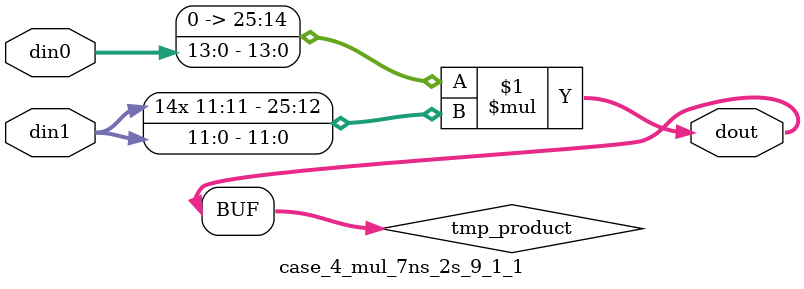
<source format=v>

`timescale 1 ns / 1 ps

 (* use_dsp = "no" *)  module case_4_mul_7ns_2s_9_1_1(din0, din1, dout);
parameter ID = 1;
parameter NUM_STAGE = 0;
parameter din0_WIDTH = 14;
parameter din1_WIDTH = 12;
parameter dout_WIDTH = 26;

input [din0_WIDTH - 1 : 0] din0; 
input [din1_WIDTH - 1 : 0] din1; 
output [dout_WIDTH - 1 : 0] dout;

wire signed [dout_WIDTH - 1 : 0] tmp_product;

























assign tmp_product = $signed({1'b0, din0}) * $signed(din1);










assign dout = tmp_product;





















endmodule

</source>
